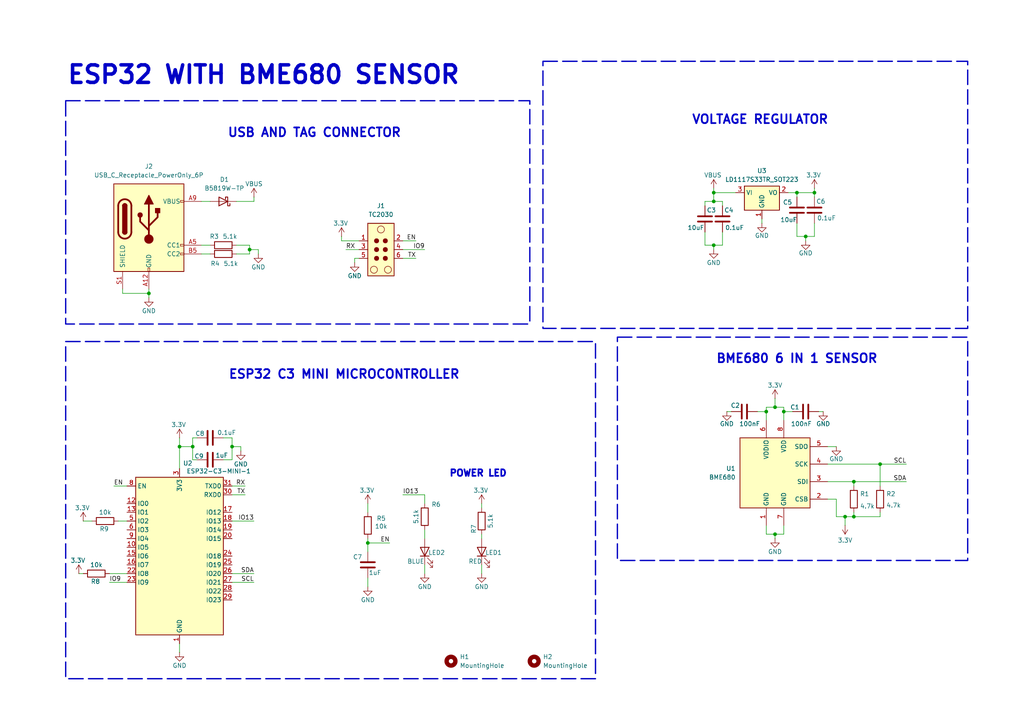
<source format=kicad_sch>
(kicad_sch (version 20250114) (generator "eeschema") (generator_version "9.0")
  (paper "A4")
  (lib_symbols
    (symbol "Connector:TC2030" (in_bom no)
      (property "Reference" "J" (at 1.27 8.89 0))
      (property "Value" "TC2030" (at 1.27 -8.89 0))
      (symbol "TC2030_1_1"
        (rectangle (start -2.54 7.62) (end 5.08 -7.62) (stroke (width 0.254)) (fill (type background)))
        (circle (center -0.762 -5.842) (radius 1.016))
        (circle (center 0 2.54) (radius 0.635) (fill (type outline)))
        (circle (center 0 0) (radius 0.635) (fill (type outline)))
        (circle (center 0 -2.54) (radius 0.635) (fill (type outline)))
        (circle (center 1.27 5.842) (radius 1.016))
        (circle (center 2.54 2.54) (radius 0.635) (fill (type outline)))
        (circle (center 2.54 0) (radius 0.635) (fill (type outline)))
        (circle (center 2.54 -2.54) (radius 0.635) (fill (type outline)))
        (circle (center 3.302 -5.842) (radius 1.016))
        (pin passive line (at -5.08 2.54 0) (length 2.54) (name "~") (number "1"))
        (pin passive line (at -5.08 0 0) (length 2.54) (name "~") (number "3"))
        (pin passive line (at -5.08 -2.54 0) (length 2.54) (name "~") (number "5"))
        (pin passive line (at 7.62 2.54 180) (length 2.54) (name "~") (number "2"))
        (pin passive line (at 7.62 0 180) (length 2.54) (name "~") (number "4"))
        (pin passive line (at 7.62 -2.54 180) (length 2.54) (name "~") (number "6"))
      )
    )
    (symbol "Connector:USB_C_Receptacle_PowerOnly_6P" (pin_names (offset 1.016))
      (property "Reference" "J" (at 0 16.51 0))
      (property "Value" "USB_C_Receptacle_PowerOnly_6P" (at 0 13.97 0))
      (symbol "USB_C_Receptacle_PowerOnly_6P_0_0"
        (rectangle (start -0.254 -12.7) (end 0.254 -11.684))
        (rectangle (start 10.16 7.874) (end 9.144 7.366))
        (rectangle (start 10.16 -4.826) (end 9.144 -5.334))
        (rectangle (start 10.16 -7.366) (end 9.144 -7.874))
      )
      (symbol "USB_C_Receptacle_PowerOnly_6P_0_1"
        (rectangle (start -10.16 12.7) (end 10.16 -12.7) (stroke (width 0.254)) (fill (type background)))
        (polyline (pts (xy -8.89 -1.27) (xy -8.89 6.35)) (stroke (width 0.508)))
        (rectangle (start -7.62 -1.27) (end -6.35 6.35) (stroke (width 0.254)) (fill (type outline)))
        (arc (start -7.62 6.35) (mid -6.985 6.9823) (end -6.35 6.35) (stroke (width 0.254)))
        (arc (start -7.62 6.35) (mid -6.985 6.9823) (end -6.35 6.35) (stroke (width 0.254)) (fill (type outline)))
        (arc (start -8.89 6.35) (mid -6.985 8.2467) (end -5.08 6.35) (stroke (width 0.508)))
        (arc (start -5.08 -1.27) (mid -6.985 -3.1667) (end -8.89 -1.27) (stroke (width 0.508)))
        (arc (start -6.35 -1.27) (mid -6.985 -1.9023) (end -7.62 -1.27) (stroke (width 0.254)))
        (arc (start -6.35 -1.27) (mid -6.985 -1.9023) (end -7.62 -1.27) (stroke (width 0.254)) (fill (type outline)))
        (polyline (pts (xy -5.08 6.35) (xy -5.08 -1.27)) (stroke (width 0.508)))
        (circle (center -2.54 3.683) (radius 0.635) (stroke (width 0.254)) (fill (type outline)))
        (polyline (pts (xy -1.27 6.858) (xy 0 9.398) (xy 1.27 6.858) (xy -1.27 6.858)) (stroke (width 0.254)) (fill (type outline)))
        (polyline (pts (xy 0 0.508) (xy 2.54 3.048) (xy 2.54 4.318)) (stroke (width 0.508)))
        (polyline (pts (xy 0 -0.762) (xy -2.54 1.778) (xy -2.54 3.048)) (stroke (width 0.508)))
        (polyline (pts (xy 0 -3.302) (xy 0 6.858)) (stroke (width 0.508)))
        (circle (center 0 -3.302) (radius 1.27) (fill (type outline)))
        (rectangle (start 1.905 4.318) (end 3.175 5.588) (stroke (width 0.254)) (fill (type outline)))
      )
      (symbol "USB_C_Receptacle_PowerOnly_6P_1_1"
        (pin passive line (at -7.62 -17.78 90) (length 5.08) (name "SHIELD") (number "S1"))
        (pin passive line (at 0 -17.78 90) (length 5.08) (name "GND") (number "A12"))
        (pin passive line (at 0 -17.78 90) (length 5.08) (hide yes) (name "GND") (number "B12"))
        (pin passive line (at 15.24 7.62 180) (length 5.08) (name "VBUS") (number "A9"))
        (pin passive line (at 15.24 7.62 180) (length 5.08) (hide yes) (name "VBUS") (number "B9"))
        (pin bidirectional line (at 15.24 -5.08 180) (length 5.08) (name "CC1") (number "A5"))
        (pin bidirectional line (at 15.24 -7.62 180) (length 5.08) (name "CC2") (number "B5"))
      )
    )
    (symbol "Device:C" (pin_numbers (hide yes)) (pin_names (offset 0.254))
      (property "Reference" "C" (at 0.635 2.54 0))
      (property "Value" "C" (at 0.635 -2.54 0))
      (symbol "C_0_1"
        (polyline (pts (xy -2.032 0.762) (xy 2.032 0.762)) (stroke (width 0.508)))
        (polyline (pts (xy -2.032 -0.762) (xy 2.032 -0.762)) (stroke (width 0.508)))
      )
      (symbol "C_1_1"
        (pin passive line (at 0 3.81 270) (length 2.794) (name "~") (number "1"))
        (pin passive line (at 0 -3.81 90) (length 2.794) (name "~") (number "2"))
      )
    )
    (symbol "Device:D_Schottky" (pin_numbers (hide yes)) (pin_names (offset 1.016) (hide yes))
      (property "Reference" "D" (at 0 2.54 0))
      (property "Value" "D_Schottky" (at 0 -2.54 0))
      (symbol "D_Schottky_0_1"
        (polyline (pts (xy -1.905 0.635) (xy -1.905 1.27) (xy -1.27 1.27) (xy -1.27 -1.27) (xy -0.635 -1.27) (xy -0.635 -0.635)) (stroke (width 0.254)))
        (polyline (pts (xy 1.27 1.27) (xy 1.27 -1.27) (xy -1.27 0) (xy 1.27 1.27)) (stroke (width 0.254)))
        (polyline (pts (xy 1.27 0) (xy -1.27 0)))
      )
      (symbol "D_Schottky_1_1"
        (pin passive line (at -3.81 0 0) (length 2.54) (name "K") (number "1"))
        (pin passive line (at 3.81 0 180) (length 2.54) (name "A") (number "2"))
      )
    )
    (symbol "Device:LED" (pin_numbers (hide yes)) (pin_names (offset 1.016) (hide yes))
      (property "Reference" "D" (at 0 2.54 0))
      (property "Value" "LED" (at 0 -2.54 0))
      (symbol "LED_0_1"
        (polyline (pts (xy -3.048 -0.762) (xy -4.572 -2.286) (xy -3.81 -2.286) (xy -4.572 -2.286) (xy -4.572 -1.524)))
        (polyline (pts (xy -1.778 -0.762) (xy -3.302 -2.286) (xy -2.54 -2.286) (xy -3.302 -2.286) (xy -3.302 -1.524)))
        (polyline (pts (xy -1.27 0) (xy 1.27 0)))
        (polyline (pts (xy -1.27 -1.27) (xy -1.27 1.27)) (stroke (width 0.254)))
        (polyline (pts (xy 1.27 -1.27) (xy 1.27 1.27) (xy -1.27 0) (xy 1.27 -1.27)) (stroke (width 0.254)))
      )
      (symbol "LED_1_1"
        (pin passive line (at -3.81 0 0) (length 2.54) (name "K") (number "1"))
        (pin passive line (at 3.81 0 180) (length 2.54) (name "A") (number "2"))
      )
    )
    (symbol "Device:R" (pin_numbers (hide yes)) (pin_names (offset 0))
      (property "Reference" "R" (at 2.032 0 90))
      (property "Value" "R" (at 0 0 90))
      (symbol "R_0_1"
        (rectangle (start -1.016 -2.54) (end 1.016 2.54) (stroke (width 0.254)))
      )
      (symbol "R_1_1"
        (pin passive line (at 0 3.81 270) (length 1.27) (name "~") (number "1"))
        (pin passive line (at 0 -3.81 90) (length 1.27) (name "~") (number "2"))
      )
    )
    (symbol "Mechanical:MountingHole" (pin_names (offset 1.016)) (exclude_from_sim yes) (in_bom no)
      (property "Reference" "H" (at 0 5.08 0))
      (property "Value" "MountingHole" (at 0 3.175 0))
      (symbol "MountingHole_0_1"
        (circle (center 0 0) (radius 1.27) (stroke (width 1.27)))
      )
    )
    (symbol "RF_Module:ESP32-C6-MINI-1"
      (property "Reference" "U" (at -11.43 24.13 0))
      (property "Value" "ESP32-C6-MINI-1" (at 12.7 24.13 0))
      (symbol "ESP32-C6-MINI-1_0_1"
        (rectangle (start -12.7 22.86) (end 12.7 -22.86) (stroke (width 0.254)) (fill (type background)))
      )
      (symbol "ESP32-C6-MINI-1_1_1"
        (pin input line (at -15.24 20.32 0) (length 2.54) (name "EN") (number "8"))
        (pin bidirectional line (at -15.24 15.24 0) (length 2.54) (name "IO0") (number "12"))
        (pin bidirectional line (at -15.24 12.7 0) (length 2.54) (name "IO1") (number "13"))
        (pin bidirectional line (at -15.24 10.16 0) (length 2.54) (name "IO2") (number "5"))
        (pin bidirectional line (at -15.24 7.62 0) (length 2.54) (name "IO3") (number "6"))
        (pin bidirectional line (at -15.24 5.08 0) (length 2.54) (name "IO4") (number "9"))
        (pin bidirectional line (at -15.24 2.54 0) (length 2.54) (name "IO5") (number "10"))
        (pin bidirectional line (at -15.24 0 0) (length 2.54) (name "IO6") (number "15"))
        (pin bidirectional line (at -15.24 -2.54 0) (length 2.54) (name "IO7") (number "16"))
        (pin bidirectional line (at -15.24 -5.08 0) (length 2.54) (name "IO8") (number "22"))
        (pin bidirectional line (at -15.24 -7.62 0) (length 2.54) (name "IO9") (number "23"))
        (pin no_connect line (at -12.7 -12.7 0) (length 2.54) (hide yes) (name "NC") (number "32"))
        (pin no_connect line (at -12.7 -15.24 0) (length 2.54) (hide yes) (name "NC") (number "33"))
        (pin no_connect line (at -12.7 -17.78 0) (length 2.54) (hide yes) (name "NC") (number "34"))
        (pin no_connect line (at -12.7 -20.32 0) (length 2.54) (hide yes) (name "NC") (number "35"))
        (pin power_in line (at 0 25.4 270) (length 2.54) (name "3V3") (number "3"))
        (pin power_in line (at 0 -25.4 90) (length 2.54) (name "GND") (number "1"))
        (pin passive line (at 0 -25.4 90) (length 2.54) (hide yes) (name "GND") (number "11"))
        (pin passive line (at 0 -25.4 90) (length 2.54) (hide yes) (name "GND") (number "14"))
        (pin passive line (at 0 -25.4 90) (length 2.54) (hide yes) (name "GND") (number "2"))
        (pin passive line (at 0 -25.4 90) (length 2.54) (hide yes) (name "GND") (number "36"))
        (pin passive line (at 0 -25.4 90) (length 2.54) (hide yes) (name "GND") (number "37"))
        (pin passive line (at 0 -25.4 90) (length 2.54) (hide yes) (name "GND") (number "38"))
        (pin passive line (at 0 -25.4 90) (length 2.54) (hide yes) (name "GND") (number "39"))
        (pin passive line (at 0 -25.4 90) (length 2.54) (hide yes) (name "GND") (number "40"))
        (pin passive line (at 0 -25.4 90) (length 2.54) (hide yes) (name "GND") (number "41"))
        (pin passive line (at 0 -25.4 90) (length 2.54) (hide yes) (name "GND") (number "42"))
        (pin passive line (at 0 -25.4 90) (length 2.54) (hide yes) (name "GND") (number "43"))
        (pin passive line (at 0 -25.4 90) (length 2.54) (hide yes) (name "GND") (number "44"))
        (pin passive line (at 0 -25.4 90) (length 2.54) (hide yes) (name "GND") (number "45"))
        (pin passive line (at 0 -25.4 90) (length 2.54) (hide yes) (name "GND") (number "46"))
        (pin passive line (at 0 -25.4 90) (length 2.54) (hide yes) (name "GND") (number "47"))
        (pin passive line (at 0 -25.4 90) (length 2.54) (hide yes) (name "GND") (number "48"))
        (pin passive line (at 0 -25.4 90) (length 2.54) (hide yes) (name "GND") (number "49"))
        (pin passive line (at 0 -25.4 90) (length 2.54) (hide yes) (name "GND") (number "50"))
        (pin passive line (at 0 -25.4 90) (length 2.54) (hide yes) (name "GND") (number "51"))
        (pin passive line (at 0 -25.4 90) (length 2.54) (hide yes) (name "GND") (number "52"))
        (pin passive line (at 0 -25.4 90) (length 2.54) (hide yes) (name "GND") (number "53"))
        (pin no_connect line (at 12.7 -15.24 180) (length 2.54) (hide yes) (name "NC") (number "4"))
        (pin no_connect line (at 12.7 -17.78 180) (length 2.54) (hide yes) (name "NC") (number "7"))
        (pin no_connect line (at 12.7 -20.32 180) (length 2.54) (hide yes) (name "NC") (number "21"))
        (pin bidirectional line (at 15.24 20.32 180) (length 2.54) (name "TXD0") (number "31"))
        (pin bidirectional line (at 15.24 17.78 180) (length 2.54) (name "RXD0") (number "30"))
        (pin bidirectional line (at 15.24 12.7 180) (length 2.54) (name "IO12") (number "17"))
        (pin bidirectional line (at 15.24 10.16 180) (length 2.54) (name "IO13") (number "18"))
        (pin bidirectional line (at 15.24 7.62 180) (length 2.54) (name "IO14") (number "19"))
        (pin bidirectional line (at 15.24 5.08 180) (length 2.54) (name "IO15") (number "20"))
        (pin bidirectional line (at 15.24 0 180) (length 2.54) (name "IO18") (number "24"))
        (pin bidirectional line (at 15.24 -2.54 180) (length 2.54) (name "IO19") (number "25"))
        (pin bidirectional line (at 15.24 -5.08 180) (length 2.54) (name "IO20") (number "26"))
        (pin bidirectional line (at 15.24 -7.62 180) (length 2.54) (name "IO21") (number "27"))
        (pin bidirectional line (at 15.24 -10.16 180) (length 2.54) (name "IO22") (number "28"))
        (pin bidirectional line (at 15.24 -12.7 180) (length 2.54) (name "IO23") (number "29"))
      )
    )
    (symbol "Regulator_Linear:LD1117S33TR_SOT223"
      (property "Reference" "U" (at -3.81 3.175 0))
      (property "Value" "LD1117S33TR_SOT223" (at 0 3.175 0))
      (symbol "LD1117S33TR_SOT223_0_1"
        (rectangle (start -5.08 -5.08) (end 5.08 1.905) (stroke (width 0.254)) (fill (type background)))
      )
      (symbol "LD1117S33TR_SOT223_1_1"
        (pin power_in line (at -7.62 0 0) (length 2.54) (name "VI") (number "3"))
        (pin power_in line (at 0 -7.62 90) (length 2.54) (name "GND") (number "1"))
        (pin power_out line (at 7.62 0 180) (length 2.54) (name "VO") (number "2"))
      )
    )
    (symbol "Sensor:BME680"
      (property "Reference" "U" (at -8.89 11.43 0))
      (property "Value" "BME680" (at 7.62 11.43 0))
      (symbol "BME680_0_1"
        (rectangle (start -10.16 10.16) (end 10.16 -10.16) (stroke (width 0.254)) (fill (type background)))
      )
      (symbol "BME680_1_1"
        (pin power_in line (at -2.54 15.24 270) (length 5.08) (name "VDDIO") (number "6"))
        (pin power_in line (at -2.54 -15.24 90) (length 5.08) (name "GND") (number "1"))
        (pin power_in line (at 2.54 15.24 270) (length 5.08) (name "VDD") (number "8"))
        (pin power_in line (at 2.54 -15.24 90) (length 5.08) (name "GND") (number "7"))
        (pin bidirectional line (at 15.24 7.62 180) (length 5.08) (name "SDO") (number "5"))
        (pin input line (at 15.24 2.54 180) (length 5.08) (name "SCK") (number "4"))
        (pin bidirectional line (at 15.24 -2.54 180) (length 5.08) (name "SDI") (number "3"))
        (pin input line (at 15.24 -7.62 180) (length 5.08) (name "CSB") (number "2"))
      )
    )
    (symbol "power:GND" (power) (pin_numbers (hide yes)) (pin_names (offset 0) (hide yes))
      (property "Value" "GND" (at 0 -3.81 0))
      (symbol "GND_0_1"
        (polyline (pts (xy 0 0) (xy 0 -1.27) (xy 1.27 -1.27) (xy 0 -2.54) (xy -1.27 -1.27) (xy 0 -1.27)))
      )
      (symbol "GND_1_1"
        (pin power_in line (at 0 0 270) (length 0) (name "~") (number "1"))
      )
    )
    (symbol "power:VCC" (power) (pin_numbers (hide yes)) (pin_names (offset 0) (hide yes))
      (property "Value" "VCC" (at 0 3.556 0))
      (symbol "VCC_0_1"
        (polyline (pts (xy -0.762 1.27) (xy 0 2.54)))
        (polyline (pts (xy 0 2.54) (xy 0.762 1.27)))
        (polyline (pts (xy 0 0) (xy 0 2.54)))
      )
      (symbol "VCC_1_1"
        (pin power_in line (at 0 0 90) (length 0) (name "~") (number "1"))
      )
    )
  )
  (rectangle (start 19.05 99.06) (end 172.72 196.85) (stroke (width 0.381) (type dash)))
  (rectangle (start 19.05 29.21) (end 153.67 93.98) (stroke (width 0.381) (type dash)))
  (rectangle (start 179.07 97.79) (end 280.67 162.56) (stroke (width 0.381) (type dash)))
  (rectangle (start 157.48 17.78) (end 280.67 95.25) (stroke (width 0.381) (type dash)))
  (text "VOLTAGE REGULATOR" (at 220.472 34.798 0) (effects (font (size 2.54 2.54) (thickness 0.508) (bold yes))))
  (text "USB AND TAG CONNECTOR" (at 91.186 38.608 0) (effects (font (size 2.54 2.54) (thickness 0.508) (bold yes))))
  (text "BME680 6 IN 1 SENSOR" (at 231.14 104.14 0) (effects (font (size 2.54 2.54) (thickness 0.508) (bold yes))))
  (text "ESP32 C3 MINI MICROCONTROLLER" (at 99.822 108.712 0) (effects (font (size 2.54 2.54) (thickness 0.508) (bold yes))))
  (text "ESP32 WITH BME680 SENSOR" (at 76.454 21.844 0) (effects (font (size 5.08 5.08) (thickness 1.016) (bold yes))))
  (text "POWER LED" (at 138.684 137.414 0) (effects (font (size 1.905 1.905) (thickness 0.508) (bold yes))))
  (junction (at 233.68 68.58))
  (junction (at 224.79 118.11))
  (junction (at 224.79 154.94))
  (junction (at 67.31 129.54))
  (junction (at 236.22 55.88))
  (junction (at 227.33 119.38))
  (junction (at 222.25 119.38))
  (junction (at 52.07 129.54))
  (junction (at 55.88 129.54))
  (junction (at 106.68 157.48))
  (junction (at 43.18 85.09))
  (junction (at 231.14 55.88))
  (junction (at 255.27 134.62))
  (junction (at 207.01 55.88))
  (junction (at 207.01 71.12))
  (junction (at 247.65 139.7))
  (junction (at 247.65 149.86))
  (junction (at 245.11 149.86))
  (junction (at 207.01 58.42))
  (junction (at 72.39 72.39))
  (no_connect (at -90.17 36.83))
  (wire (pts (xy 212.09 119.38) (xy 210.82 119.38)))
  (wire (pts (xy 106.68 156.21) (xy 106.68 157.48)))
  (wire (pts (xy 123.19 146.05) (xy 123.19 143.51)))
  (wire (pts (xy 67.31 151.13) (xy 73.66 151.13)))
  (wire (pts (xy 68.58 71.12) (xy 72.39 71.12)))
  (wire (pts (xy 67.31 127) (xy 64.77 127)))
  (wire (pts (xy 233.68 69.85) (xy 233.68 68.58)))
  (wire (pts (xy 231.14 68.58) (xy 233.68 68.58)))
  (wire (pts (xy 52.07 129.54) (xy 52.07 135.89)))
  (wire (pts (xy 255.27 134.62) (xy 262.89 134.62)))
  (wire (pts (xy 67.31 129.54) (xy 69.85 129.54)))
  (wire (pts (xy 207.01 58.42) (xy 207.01 55.88)))
  (wire (pts (xy 116.84 69.85) (xy 120.65 69.85)))
  (wire (pts (xy 240.03 129.54) (xy 242.57 129.54)))
  (wire (pts (xy 255.27 140.97) (xy 255.27 134.62)))
  (wire (pts (xy 240.03 139.7) (xy 247.65 139.7)))
  (wire (pts (xy 58.42 71.12) (xy 60.96 71.12)))
  (wire (pts (xy 72.39 71.12) (xy 72.39 72.39)))
  (wire (pts (xy 231.14 55.88) (xy 231.14 57.15)))
  (wire (pts (xy 209.55 71.12) (xy 207.01 71.12)))
  (wire (pts (xy 240.03 144.78) (xy 242.57 144.78)))
  (wire (pts (xy 55.88 133.35) (xy 57.15 133.35)))
  (wire (pts (xy 72.39 72.39) (xy 74.93 72.39)))
  (wire (pts (xy 52.07 186.69) (xy 52.07 189.23)))
  (wire (pts (xy 227.33 118.11) (xy 224.79 118.11)))
  (wire (pts (xy 245.11 149.86) (xy 245.11 152.4)))
  (wire (pts (xy 255.27 134.62) (xy 240.03 134.62)))
  (wire (pts (xy 33.02 140.97) (xy 36.83 140.97)))
  (wire (pts (xy 236.22 54.61) (xy 236.22 55.88)))
  (wire (pts (xy 67.31 143.51) (xy 71.12 143.51)))
  (wire (pts (xy 68.58 58.42) (xy 73.66 58.42)))
  (wire (pts (xy 231.14 55.88) (xy 236.22 55.88)))
  (wire (pts (xy 52.07 127) (xy 52.07 129.54)))
  (wire (pts (xy 43.18 85.09) (xy 43.18 86.36)))
  (wire (pts (xy 209.55 58.42) (xy 209.55 59.69)))
  (wire (pts (xy 222.25 119.38) (xy 222.25 121.92)))
  (wire (pts (xy 102.87 74.93) (xy 104.14 74.93)))
  (wire (pts (xy 204.47 67.31) (xy 204.47 71.12)))
  (wire (pts (xy 242.57 144.78) (xy 242.57 149.86)))
  (wire (pts (xy 224.79 154.94) (xy 224.79 156.21)))
  (wire (pts (xy 22.86 166.37) (xy 24.13 166.37)))
  (wire (pts (xy 74.93 72.39) (xy 74.93 73.66)))
  (wire (pts (xy 36.83 151.13) (xy 34.29 151.13)))
  (wire (pts (xy 100.33 72.39) (xy 104.14 72.39)))
  (wire (pts (xy 247.65 149.86) (xy 247.65 148.59)))
  (wire (pts (xy 106.68 157.48) (xy 106.68 160.02)))
  (wire (pts (xy 255.27 149.86) (xy 255.27 148.59)))
  (wire (pts (xy 222.25 152.4) (xy 222.25 154.94)))
  (wire (pts (xy 224.79 154.94) (xy 227.33 154.94)))
  (wire (pts (xy 102.87 76.2) (xy 102.87 74.93)))
  (wire (pts (xy 139.7 146.05) (xy 139.7 147.32)))
  (wire (pts (xy 139.7 163.83) (xy 139.7 166.37)))
  (wire (pts (xy 31.75 166.37) (xy 36.83 166.37)))
  (wire (pts (xy 123.19 153.67) (xy 123.19 156.21)))
  (wire (pts (xy 116.84 72.39) (xy 123.19 72.39)))
  (wire (pts (xy 228.6 55.88) (xy 231.14 55.88)))
  (wire (pts (xy 36.83 168.91) (xy 31.75 168.91)))
  (wire (pts (xy 55.88 127) (xy 55.88 129.54)))
  (wire (pts (xy 116.84 143.51) (xy 123.19 143.51)))
  (wire (pts (xy 231.14 68.58) (xy 231.14 64.77)))
  (wire (pts (xy 58.42 58.42) (xy 60.96 58.42)))
  (wire (pts (xy 35.56 83.82) (xy 35.56 85.09)))
  (wire (pts (xy 73.66 57.15) (xy 73.66 58.42)))
  (wire (pts (xy 67.31 129.54) (xy 67.31 127)))
  (wire (pts (xy 58.42 73.66) (xy 60.96 73.66)))
  (wire (pts (xy 247.65 139.7) (xy 247.65 140.97)))
  (wire (pts (xy 242.57 149.86) (xy 245.11 149.86)))
  (wire (pts (xy 227.33 119.38) (xy 227.33 121.92)))
  (wire (pts (xy 227.33 154.94) (xy 227.33 152.4)))
  (wire (pts (xy 207.01 58.42) (xy 209.55 58.42)))
  (wire (pts (xy 72.39 73.66) (xy 68.58 73.66)))
  (wire (pts (xy 233.68 68.58) (xy 236.22 68.58)))
  (wire (pts (xy 207.01 71.12) (xy 207.01 72.39)))
  (wire (pts (xy 57.15 127) (xy 55.88 127)))
  (wire (pts (xy 222.25 118.11) (xy 222.25 119.38)))
  (wire (pts (xy 52.07 129.54) (xy 55.88 129.54)))
  (wire (pts (xy 245.11 149.86) (xy 247.65 149.86)))
  (wire (pts (xy 209.55 67.31) (xy 209.55 71.12)))
  (wire (pts (xy 236.22 55.88) (xy 236.22 57.15)))
  (wire (pts (xy 116.84 74.93) (xy 120.65 74.93)))
  (wire (pts (xy 123.19 163.83) (xy 123.19 166.37)))
  (wire (pts (xy 207.01 58.42) (xy 204.47 58.42)))
  (wire (pts (xy 67.31 168.91) (xy 73.66 168.91)))
  (wire (pts (xy 222.25 154.94) (xy 224.79 154.94)))
  (wire (pts (xy 67.31 133.35) (xy 67.31 129.54)))
  (wire (pts (xy 207.01 71.12) (xy 204.47 71.12)))
  (wire (pts (xy 55.88 129.54) (xy 55.88 133.35)))
  (wire (pts (xy 64.77 133.35) (xy 67.31 133.35)))
  (wire (pts (xy 224.79 118.11) (xy 222.25 118.11)))
  (wire (pts (xy 106.68 167.64) (xy 106.68 170.18)))
  (wire (pts (xy 99.06 68.58) (xy 99.06 69.85)))
  (wire (pts (xy 99.06 69.85) (xy 104.14 69.85)))
  (wire (pts (xy 35.56 85.09) (xy 43.18 85.09)))
  (wire (pts (xy 67.31 166.37) (xy 73.66 166.37)))
  (wire (pts (xy 227.33 118.11) (xy 227.33 119.38)))
  (wire (pts (xy 247.65 149.86) (xy 255.27 149.86)))
  (wire (pts (xy 220.98 63.5) (xy 220.98 64.77)))
  (wire (pts (xy 204.47 58.42) (xy 204.47 59.69)))
  (wire (pts (xy 237.49 119.38) (xy 238.76 119.38)))
  (wire (pts (xy 106.68 146.05) (xy 106.68 148.59)))
  (wire (pts (xy 106.68 157.48) (xy 113.03 157.48)))
  (wire (pts (xy 219.71 119.38) (xy 222.25 119.38)))
  (wire (pts (xy 69.85 129.54) (xy 69.85 130.81)))
  (wire (pts (xy 229.87 119.38) (xy 227.33 119.38)))
  (wire (pts (xy 224.79 115.57) (xy 224.79 118.11)))
  (wire (pts (xy 207.01 54.61) (xy 207.01 55.88)))
  (wire (pts (xy 207.01 55.88) (xy 213.36 55.88)))
  (wire (pts (xy 139.7 154.94) (xy 139.7 156.21)))
  (wire (pts (xy 247.65 139.7) (xy 262.89 139.7)))
  (wire (pts (xy 67.31 140.97) (xy 71.12 140.97)))
  (wire (pts (xy 24.13 151.13) (xy 26.67 151.13)))
  (wire (pts (xy 72.39 72.39) (xy 72.39 73.66)))
  (wire (pts (xy 43.18 83.82) (xy 43.18 85.09)))
  (wire (pts (xy 236.22 64.77) (xy 236.22 68.58)))
  (label "IO9" (at 123.19 72.39 180))
  (label "EN" (at 33.02 140.97 0))
  (label "IO13" (at 73.66 151.13 180))
  (label "RX" (at 71.12 140.97 180))
  (label "SDA" (at 73.66 166.37 180))
  (label "EN" (at 120.65 69.85 180))
  (label "RX" (at 100.33 72.39 0))
  (label "SCL" (at 262.89 134.62 180))
  (label "SCL" (at 73.66 168.91 180))
  (label "EN" (at 113.03 157.48 180))
  (label "IO9" (at 31.75 168.91 0))
  (label "SDA" (at 262.89 139.7 180))
  (label "IO13" (at 116.84 143.51 0))
  (label "TX" (at 120.65 74.93 180))
  (label "TX" (at 71.12 143.51 180))
  (symbol (lib_id "power:VCC") (at 22.86 166.37 0) (unit 1)
    (property "Reference" "#PWR026" (effects (hide yes)))
    (property "Value" "3.3V" (at 22.606 162.56 0))
    (property "Description" "Power symbol creates a global label with name \"VCC\"" (effects (hide yes)))
  )
  (symbol (lib_id "Device:C") (at 236.22 60.96 180) (unit 1)
    (property "Reference" "C6" (at 236.728 58.42 0) (effects (justify right)))
    (property "Value" "0.1uF" (at 236.982 63.246 0) (effects (justify right)))
    (property "Footprint" "Capacitor_SMD:C_0603_1608Metric" (effects (hide yes)))
    (property "Description" "Unpolarized capacitor" (effects (hide yes)))
  )
  (symbol (lib_id "Device:C") (at 209.55 63.5 180) (unit 1)
    (property "Reference" "C4" (at 210.058 60.96 0) (effects (justify right)))
    (property "Value" "0.1uF" (at 210.312 66.04 0) (effects (justify right)))
    (property "Footprint" "Capacitor_SMD:C_0603_1608Metric" (effects (hide yes)))
    (property "Description" "Unpolarized capacitor" (effects (hide yes)))
  )
  (symbol (lib_id "power:VCC") (at 24.13 151.13 0) (unit 1)
    (property "Reference" "#PWR034" (effects (hide yes)))
    (property "Value" "3.3V" (at 23.876 147.32 0))
    (property "Description" "Power symbol creates a global label with name \"VCC\"" (effects (hide yes)))
  )
  (symbol (lib_id "power:VCC") (at 139.7 146.05 0) (unit 1)
    (property "Reference" "#PWR033" (effects (hide yes)))
    (property "Value" "3.3V" (at 139.446 142.24 0))
    (property "Description" "Power symbol creates a global label with name \"VCC\"" (effects (hide yes)))
  )
  (symbol (lib_id "Device:R") (at 30.48 151.13 270) (unit 1)
    (property "Reference" "R9" (at 30.226 153.416 90))
    (property "Value" "10k" (at 30.48 148.59 90))
    (property "Footprint" "Resistor_SMD:R_0603_1608Metric" (effects (hide yes)))
    (property "Description" "Resistor" (effects (hide yes)))
  )
  (symbol (lib_id "Device:C") (at 204.47 63.5 180) (unit 1)
    (property "Reference" "C3" (at 204.978 60.96 0) (effects (justify right)))
    (property "Value" "10uF" (at 199.39 66.04 0) (effects (justify right)))
    (property "Footprint" "Capacitor_SMD:C_0603_1608Metric" (effects (hide yes)))
    (property "Description" "Unpolarized capacitor" (effects (hide yes)))
  )
  (symbol (lib_id "Connector:USB_C_Receptacle_PowerOnly_6P") (at 43.18 66.04 0) (unit 1)
    (property "Reference" "J2" (at 43.18 48.26 0))
    (property "Value" "USB_C_Receptacle_PowerOnly_6P" (at 43.18 50.8 0))
    (property "Footprint" "Connector_USB:USB_C_Receptacle_GCT_USB4125-xx-x_6P_TopMnt_Horizontal" (effects (hide yes)))
    (property "Datasheet" "https://www.usb.org/sites/default/files/documents/usb_type-c.zip" (effects (hide yes)))
    (property "Description" "USB Power-Only 6P Type-C Receptacle connector" (effects (hide yes)))
  )
  (symbol (lib_id "Device:D_Schottky") (at 64.77 58.42 180) (unit 1)
    (property "Reference" "D1" (at 65.0875 52.07 0))
    (property "Value" "B5819W-TP" (at 65.0875 54.61 0))
    (property "Footprint" "Diode_SMD:D_SOD-123" (effects (hide yes)))
    (property "Description" "Schottky diode" (effects (hide yes)))
  )
  (symbol (lib_id "power:VCC") (at 52.07 127 0) (unit 1)
    (property "Reference" "#PWR025" (effects (hide yes)))
    (property "Value" "3.3V" (at 51.816 123.19 0))
    (property "Description" "Power symbol creates a global label with name \"VCC\"" (effects (hide yes)))
  )
  (symbol (lib_id "Device:C") (at 60.96 127 270) (unit 1)
    (property "Reference" "C8" (at 56.642 125.73 90) (effects (justify left)))
    (property "Value" "0.1uF" (at 62.992 125.476 90) (effects (justify left)))
    (property "Footprint" "Capacitor_SMD:C_0603_1608Metric" (effects (hide yes)))
    (property "Description" "Unpolarized capacitor" (effects (hide yes)))
  )
  (symbol (lib_id "power:GND") (at 242.57 129.54 0) (unit 1)
    (property "Reference" "#PWR02" (effects (hide yes)))
    (property "Value" "GND" (at 242.57 133.096 0))
    (property "Description" "Power symbol creates a global label with name \"GND\" , ground" (effects (hide yes)))
  )
  (symbol (lib_id "Device:R") (at 64.77 73.66 90) (unit 1)
    (property "Reference" "R4" (at 63.754 76.454 90) (effects (justify left)))
    (property "Value" "5.1k" (at 69.088 76.454 90) (effects (justify left)))
    (property "Footprint" "Resistor_SMD:R_0603_1608Metric" (effects (hide yes)))
    (property "Description" "Resistor" (effects (hide yes)))
  )
  (symbol (lib_id "power:VCC") (at 106.68 146.05 0) (unit 1)
    (property "Reference" "#PWR027" (effects (hide yes)))
    (property "Value" "3.3V" (at 106.426 142.24 0))
    (property "Description" "Power symbol creates a global label with name \"VCC\"" (effects (hide yes)))
  )
  (symbol (lib_id "Device:C") (at 231.14 60.96 180) (unit 1)
    (property "Reference" "C5" (at 227.076 58.674 0) (effects (justify right)))
    (property "Value" "10uF" (at 226.314 63.754 0) (effects (justify right)))
    (property "Footprint" "Capacitor_SMD:C_0603_1608Metric" (effects (hide yes)))
    (property "Description" "Unpolarized capacitor" (effects (hide yes)))
  )
  (symbol (lib_id "Device:R") (at 27.94 166.37 270) (unit 1)
    (property "Reference" "R8" (at 27.686 168.656 90))
    (property "Value" "10k" (at 27.94 163.83 90))
    (property "Footprint" "Resistor_SMD:R_0603_1608Metric" (effects (hide yes)))
    (property "Description" "Resistor" (effects (hide yes)))
  )
  (symbol (lib_id "Device:R") (at 64.77 71.12 90) (unit 1)
    (property "Reference" "R3" (at 63.5 68.58 90) (effects (justify left)))
    (property "Value" "5.1k" (at 68.834 68.58 90) (effects (justify left)))
    (property "Footprint" "Resistor_SMD:R_0603_1608Metric" (effects (hide yes)))
    (property "Description" "Resistor" (effects (hide yes)))
  )
  (symbol (lib_id "power:GND") (at 74.93 73.66 0) (unit 1)
    (property "Reference" "#PWR09" (effects (hide yes)))
    (property "Value" "GND" (at 74.93 77.47 0))
    (property "Description" "Power symbol creates a global label with name \"GND\" , ground" (effects (hide yes)))
  )
  (symbol (lib_id "power:GND") (at 139.7 166.37 0) (unit 1)
    (property "Reference" "#PWR016" (effects (hide yes)))
    (property "Value" "GND" (at 139.7 170.18 0))
    (property "Description" "Power symbol creates a global label with name \"GND\" , ground" (effects (hide yes)))
  )
  (symbol (lib_id "Device:R") (at 106.68 152.4 0) (unit 1)
    (property "Reference" "R5" (at 109.22 150.368 0) (effects (justify left)))
    (property "Value" "10k" (at 108.712 152.654 0) (effects (justify left)))
    (property "Footprint" "Resistor_SMD:R_0603_1608Metric" (effects (hide yes)))
    (property "Description" "Resistor" (effects (hide yes)))
  )
  (symbol (lib_id "Device:R") (at 255.27 144.78 0) (unit 1)
    (property "Reference" "R2" (at 257.048 143.256 0) (effects (justify left)))
    (property "Value" "4.7k" (at 257.048 146.558 0) (effects (justify left)))
    (property "Footprint" "Resistor_SMD:R_0603_1608Metric" (effects (hide yes)))
    (property "Description" "Resistor" (effects (hide yes)))
  )
  (symbol (lib_id "Device:C") (at 60.96 133.35 270) (unit 1)
    (property "Reference" "C9" (at 56.388 132.334 90) (effects (justify left)))
    (property "Value" "1uF" (at 62.484 132.08 90) (effects (justify left)))
    (property "Footprint" "Capacitor_SMD:C_0603_1608Metric" (effects (hide yes)))
    (property "Description" "Unpolarized capacitor" (effects (hide yes)))
  )
  (symbol (lib_id "power:GND") (at 233.68 69.85 0) (unit 1)
    (property "Reference" "#PWR015" (effects (hide yes)))
    (property "Value" "GND" (at 233.68 73.406 0))
    (property "Description" "Power symbol creates a global label with name \"GND\" , ground" (effects (hide yes)))
  )
  (symbol (lib_id "power:GND") (at 52.07 189.23 0) (unit 1)
    (property "Reference" "#PWR022" (effects (hide yes)))
    (property "Value" "GND" (at 52.07 193.04 0))
    (property "Description" "Power symbol creates a global label with name \"GND\" , ground" (effects (hide yes)))
  )
  (symbol (lib_id "power:GND") (at 123.19 166.37 0) (unit 1)
    (property "Reference" "#PWR023" (effects (hide yes)))
    (property "Value" "GND" (at 123.19 170.18 0))
    (property "Description" "Power symbol creates a global label with name \"GND\" , ground" (effects (hide yes)))
  )
  (symbol (lib_id "Mechanical:MountingHole") (at 130.81 191.77 0) (unit 1) (exclude_from_sim yes) (in_bom no)
    (property "Reference" "H1" (at 133.35 190.4999 0) (effects (justify left)))
    (property "Value" "MountingHole" (at 133.35 193.0399 0) (effects (justify left)))
    (property "Footprint" "MountingHole:MountingHole_2.5mm" (effects (hide yes)))
    (property "Description" "Mounting Hole without connection" (effects (hide yes)))
  )
  (symbol (lib_id "power:VCC") (at 99.06 68.58 0) (unit 1)
    (property "Reference" "#PWR035" (effects (hide yes)))
    (property "Value" "3.3V" (at 98.806 64.77 0))
    (property "Description" "Power symbol creates a global label with name \"VCC\"" (effects (hide yes)))
  )
  (symbol (lib_id "power:GND") (at 220.98 64.77 0) (unit 1)
    (property "Reference" "#PWR014" (effects (hide yes)))
    (property "Value" "GND" (at 220.98 68.326 0))
    (property "Description" "Power symbol creates a global label with name \"GND\" , ground" (effects (hide yes)))
  )
  (symbol (lib_id "Device:R") (at 123.19 149.86 180) (unit 1)
    (property "Reference" "R6" (at 126.492 146.304 0))
    (property "Value" "5.1k" (at 120.65 149.86 90))
    (property "Footprint" "Resistor_SMD:R_0603_1608Metric" (effects (hide yes)))
    (property "Description" "Resistor" (effects (hide yes)))
  )
  (symbol (lib_id "power:GND") (at 207.01 72.39 0) (unit 1)
    (property "Reference" "#PWR013" (effects (hide yes)))
    (property "Value" "GND" (at 207.01 76.2 0))
    (property "Description" "Power symbol creates a global label with name \"GND\" , ground" (effects (hide yes)))
  )
  (symbol (lib_id "Device:LED") (at 139.7 160.02 90) (unit 1)
    (property "Reference" "LED1" (at 140.716 160.274 90) (effects (justify right)))
    (property "Value" "RED" (at 135.89 162.814 90) (effects (justify right)))
    (property "Footprint" "LED_SMD:LED_0603_1608Metric" (effects (hide yes)))
    (property "Description" "Light emitting diode" (effects (hide yes)))
    (property "Sim.Pins" "1=K 2=A" (effects (hide yes)))
  )
  (symbol (lib_id "Sensor:BME680") (at 224.79 137.16 0) (unit 1)
    (property "Reference" "U1" (at 213.36 135.8899 0) (effects (justify right)))
    (property "Value" "BME680" (at 213.36 138.4299 0) (effects (justify right)))
    (property "Footprint" "Package_LGA:Bosch_LGA-8_3x3mm_P0.8mm_ClockwisePinNumbering" (effects (hide yes)))
    (property "Datasheet" "https://ae-bst.resource.bosch.com/media/_tech/media/datasheets/BST-BME680-DS001.pdf" (effects (hide yes)))
    (property "Description" "4-in-1 sensor, gas, humidity, pressure, temperature, I2C and SPI interface, 1.71-3.6V, LGA-8" (effects (hide yes)))
  )
  (symbol (lib_id "power:VCC") (at 207.01 54.61 0) (unit 1)
    (property "Reference" "#PWR020" (effects (hide yes)))
    (property "Value" "VBUS" (at 206.756 50.8 0))
    (property "Description" "Power symbol creates a global label with name \"VCC\"" (effects (hide yes)))
  )
  (symbol (lib_id "Regulator_Linear:LD1117S33TR_SOT223") (at 220.98 55.88 0) (unit 1)
    (property "Reference" "U3" (at 220.98 49.53 0))
    (property "Value" "LD1117S33TR_SOT223" (at 220.98 52.07 0))
    (property "Footprint" "Package_TO_SOT_SMD:SOT-223-3_TabPin2" (effects (hide yes)))
    (property "Datasheet" "http://www.st.com/st-web-ui/static/active/en/resource/technical/document/datasheet/CD00000544.pdf" (effects (hide yes)))
    (property "Description" "800mA Fixed Low Drop Positive Voltage Regulator, Fixed Output 3.3V, SOT-223" (effects (hide yes)))
  )
  (symbol (lib_id "power:GND") (at 210.82 119.38 0) (unit 1)
    (property "Reference" "#PWR06" (effects (hide yes)))
    (property "Value" "GND" (at 210.82 122.936 0))
    (property "Description" "Power symbol creates a global label with name \"GND\" , ground" (effects (hide yes)))
  )
  (symbol (lib_id "power:VCC") (at 236.22 54.61 0) (unit 1)
    (property "Reference" "#PWR024" (effects (hide yes)))
    (property "Value" "3.3V" (at 235.966 50.8 0))
    (property "Description" "Power symbol creates a global label with name \"VCC\"" (effects (hide yes)))
  )
  (symbol (lib_id "Mechanical:MountingHole") (at 154.94 191.77 0) (unit 1) (exclude_from_sim yes) (in_bom no)
    (property "Reference" "H2" (at 157.48 190.4999 0) (effects (justify left)))
    (property "Value" "MountingHole" (at 157.48 193.0399 0) (effects (justify left)))
    (property "Footprint" "MountingHole:MountingHole_2.5mm" (effects (hide yes)))
    (property "Description" "Mounting Hole without connection" (effects (hide yes)))
  )
  (symbol (lib_id "RF_Module:ESP32-C6-MINI-1") (at 52.07 161.29 0) (unit 1)
    (property "Reference" "U2" (at 53.086 134.366 0) (effects (justify left)))
    (property "Value" "ESP32-C3-MINI-1" (at 54.102 136.652 0) (effects (justify left)))
    (property "Footprint" "RF_Module:ESP32-C6-MINI-1" (effects (hide yes)))
    (property "Datasheet" "https://www.espressif.com/sites/default/files/documentation/esp32-c6-mini-1_mini-1u_datasheet_en.pdf" (effects (hide yes)))
    (property "Description" "RF Module, ESP32-C6 SoC, Wi-Fi 802.11b/g/n/ax, Bluetooth, BLE, Zigbee, Thread, 32-bit, 3.3V, SMD, onboard antenna" (effects (hide yes)))
  )
  (symbol (lib_id "power:GND") (at 224.79 156.21 0) (unit 1)
    (property "Reference" "#PWR01" (effects (hide yes)))
    (property "Value" "GND" (at 224.79 160.02 0))
    (property "Description" "Power symbol creates a global label with name \"GND\" , ground" (effects (hide yes)))
  )
  (symbol (lib_id "power:GND") (at 43.18 86.36 0) (unit 1)
    (property "Reference" "#PWR07" (effects (hide yes)))
    (property "Value" "GND" (at 43.18 90.17 0))
    (property "Description" "Power symbol creates a global label with name \"GND\" , ground" (effects (hide yes)))
  )
  (symbol (lib_id "Device:LED") (at 123.19 160.02 90) (unit 1)
    (property "Reference" "LED2" (at 124.206 160.274 90) (effects (justify right)))
    (property "Value" "BLUE" (at 118.11 162.814 90) (effects (justify right)))
    (property "Footprint" "LED_SMD:LED_0603_1608Metric" (effects (hide yes)))
    (property "Description" "Light emitting diode" (effects (hide yes)))
    (property "Sim.Pins" "1=K 2=A" (effects (hide yes)))
  )
  (symbol (lib_id "power:GND") (at 102.87 76.2 0) (unit 1)
    (property "Reference" "#PWR028" (effects (hide yes)))
    (property "Value" "GND" (at 102.87 80.01 0))
    (property "Description" "Power symbol creates a global label with name \"GND\" , ground" (effects (hide yes)))
  )
  (symbol (lib_id "power:VCC") (at 224.79 115.57 0) (unit 1)
    (property "Reference" "#PWR03" (effects (hide yes)))
    (property "Value" "3.3V" (at 224.79 111.76 0))
    (property "Description" "Power symbol creates a global label with name \"VCC\"" (effects (hide yes)))
  )
  (symbol (lib_id "Connector:TC2030") (at 109.22 72.39 0) (unit 1) (in_bom no)
    (property "Reference" "J1" (at 110.49 59.69 0))
    (property "Value" "TC2030" (at 110.49 62.23 0))
    (property "Footprint" "Connector:Tag-Connect_TC2030-IDC-NL_2x03_P1.27mm_Vertical" (effects (hide yes)))
    (property "Datasheet" "https://www.tag-connect.com/wp-content/uploads/bsk-pdf-manager/2019/12/TC2030-IDC-NL-Datasheet-Rev-B.pdf" (effects (hide yes)))
    (property "Description" "Tag-Connect’s 6-pins connector" (effects (hide yes)))
  )
  (symbol (lib_id "power:GND") (at 106.68 170.18 0) (unit 1)
    (property "Reference" "#PWR019" (effects (hide yes)))
    (property "Value" "GND" (at 106.68 173.99 0))
    (property "Description" "Power symbol creates a global label with name \"GND\" , ground" (effects (hide yes)))
  )
  (symbol (lib_id "Device:R") (at 139.7 151.13 0) (unit 1)
    (property "Reference" "R7" (at 137.414 153.416 90))
    (property "Value" "5.1k" (at 142.24 151.13 90))
    (property "Footprint" "Resistor_SMD:R_0603_1608Metric" (effects (hide yes)))
    (property "Description" "Resistor" (effects (hide yes)))
  )
  (symbol (lib_id "power:VCC") (at 73.66 57.15 0) (unit 1)
    (property "Reference" "#PWR08" (effects (hide yes)))
    (property "Value" "VBUS" (at 73.66 53.34 0))
    (property "Description" "Power symbol creates a global label with name \"VCC\"" (effects (hide yes)))
  )
  (symbol (lib_id "power:GND") (at 69.85 130.81 0) (unit 1)
    (property "Reference" "#PWR017" (effects (hide yes)))
    (property "Value" "GND" (at 69.85 134.62 0))
    (property "Description" "Power symbol creates a global label with name \"GND\" , ground" (effects (hide yes)))
  )
  (symbol (lib_id "Device:C") (at 106.68 163.83 0) (unit 1)
    (property "Reference" "C7" (at 102.362 161.544 0) (effects (justify left)))
    (property "Value" "1uF" (at 106.934 166.116 0) (effects (justify left)))
    (property "Footprint" "Capacitor_SMD:C_0603_1608Metric" (effects (hide yes)))
    (property "Description" "Unpolarized capacitor" (effects (hide yes)))
  )
  (symbol (lib_id "Device:R") (at 247.65 144.78 0) (unit 1)
    (property "Reference" "R1" (at 249.428 143.256 0) (effects (justify left)))
    (property "Value" "4.7k" (at 249.428 146.812 0) (effects (justify left)))
    (property "Footprint" "Resistor_SMD:R_0603_1608Metric" (effects (hide yes)))
    (property "Description" "Resistor" (effects (hide yes)))
  )
  (symbol (lib_id "power:VCC") (at 245.11 152.4 180) (unit 1)
    (property "Reference" "#PWR04" (effects (hide yes)))
    (property "Value" "3.3V" (at 245.11 156.718 0))
    (property "Description" "Power symbol creates a global label with name \"VCC\"" (effects (hide yes)))
  )
  (symbol (lib_id "power:GND") (at 238.76 119.38 0) (unit 1)
    (property "Reference" "#PWR05" (effects (hide yes)))
    (property "Value" "GND" (at 238.76 122.936 0))
    (property "Description" "Power symbol creates a global label with name \"GND\" , ground" (effects (hide yes)))
  )
  (symbol (lib_id "Device:C") (at 215.9 119.38 90) (unit 1)
    (property "Reference" "C2" (at 214.63 117.602 90) (effects (justify left)))
    (property "Value" "100nF" (at 220.472 122.936 90) (effects (justify left)))
    (property "Footprint" "Capacitor_SMD:C_0603_1608Metric" (effects (hide yes)))
    (property "Description" "Unpolarized capacitor" (effects (hide yes)))
  )
  (symbol (lib_id "Device:C") (at 233.68 119.38 90) (unit 1)
    (property "Reference" "C1" (at 231.902 118.11 90) (effects (justify left)))
    (property "Value" "100nF" (at 235.458 122.936 90) (effects (justify left)))
    (property "Footprint" "Capacitor_SMD:C_0603_1608Metric" (effects (hide yes)))
    (property "Description" "Unpolarized capacitor" (effects (hide yes)))
  )
)
</source>
